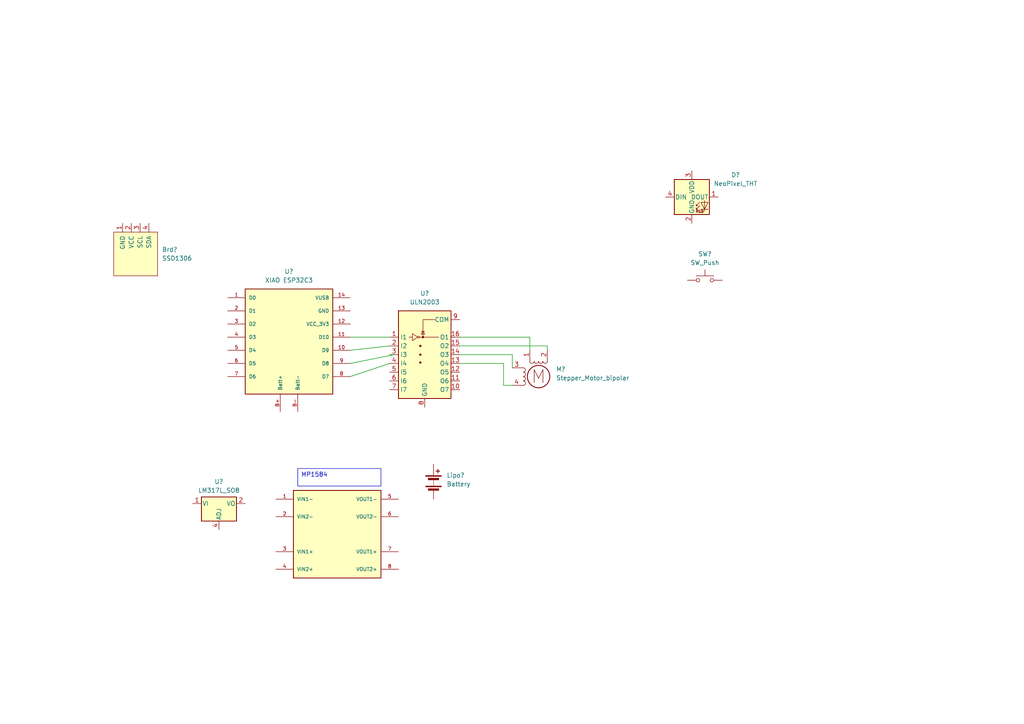
<source format=kicad_sch>
(kicad_sch (version 20250114) (generator "eeschema") (generator_version "9.0")
  (paper "A4")
  (lib_symbols
    (symbol "Device:Battery" (pin_numbers (hide yes)) (pin_names (offset 0) (hide yes))
      (property "Reference" "Lipo" (at 2.54 2.54 0))
      (property "Value" "Battery" (at 2.54 0 0))
      (symbol "Battery_0_1"
        (rectangle (start -2.286 1.778) (end 2.286 1.524) (fill (type outline)))
        (rectangle (start -2.286 -1.27) (end 2.286 -1.524) (fill (type outline)))
        (rectangle (start -1.524 1.016) (end 1.524 0.508) (fill (type outline)))
        (rectangle (start -1.524 -2.032) (end 1.524 -2.54) (fill (type outline)))
        (polyline (pts (xy 0 1.778) (xy 0 2.54)))
        (polyline (pts (xy 0 0) (xy 0 0.254)))
        (polyline (pts (xy 0 -0.508) (xy 0 -0.254)))
        (polyline (pts (xy 0 -1.016) (xy 0 -0.762)))
        (polyline (pts (xy 0.762 3.048) (xy 1.778 3.048)) (stroke (width 0.254)))
        (polyline (pts (xy 1.27 3.556) (xy 1.27 2.54)) (stroke (width 0.254)))
      )
      (symbol "Battery_1_1"
        (pin passive line (at 0 5.08 270) (length 2.54) (name "+") (number "1"))
        (pin passive line (at 0 -5.08 90) (length 2.54) (name "-") (number "2"))
      )
    )
    (symbol "LED:NeoPixel_THT" (pin_names (offset 0.254))
      (property "Reference" "D" (at 5.08 5.715 0))
      (property "Value" "NeoPixel_THT" (at 1.27 -5.715 0))
      (symbol "NeoPixel_THT_0_0"
        (text "RGB" (at 2.286 -4.191 0) (effects (font (size 0.762 0.762))))
      )
      (symbol "NeoPixel_THT_0_1"
        (polyline (pts (xy 1.27 -2.54) (xy 1.778 -2.54)))
        (polyline (pts (xy 1.27 -3.556) (xy 1.778 -3.556)))
        (polyline (pts (xy 2.286 -1.524) (xy 1.27 -2.54) (xy 1.27 -2.032)))
        (polyline (pts (xy 2.286 -2.54) (xy 1.27 -3.556) (xy 1.27 -3.048)))
        (polyline (pts (xy 3.683 -1.016) (xy 3.683 -3.556) (xy 3.683 -4.064)))
        (polyline (pts (xy 4.699 -1.524) (xy 2.667 -1.524) (xy 3.683 -3.556) (xy 4.699 -1.524)))
        (polyline (pts (xy 4.699 -3.556) (xy 2.667 -3.556)))
        (rectangle (start 5.08 5.08) (end -5.08 -5.08) (stroke (width 0.254)) (fill (type background)))
      )
      (symbol "NeoPixel_THT_1_1"
        (pin input line (at -7.62 0 0) (length 2.54) (name "DIN") (number "4"))
        (pin power_in line (at 0 7.62 270) (length 2.54) (name "VDD") (number "3"))
        (pin power_in line (at 0 -7.62 90) (length 2.54) (name "GND") (number "2"))
        (pin output line (at 7.62 0 180) (length 2.54) (name "DOUT") (number "1"))
      )
    )
    (symbol "Motor:Stepper_Motor_bipolar" (pin_names (offset 0) (hide yes))
      (property "Reference" "M" (at 3.81 2.54 0))
      (property "Value" "Stepper_Motor_bipolar" (at 3.81 1.27 0))
      (symbol "Stepper_Motor_bipolar_0_0"
        (polyline (pts (xy -1.27 -1.778) (xy -1.27 2.032) (xy 0 -0.508) (xy 1.27 2.032) (xy 1.27 -1.778)))
      )
      (symbol "Stepper_Motor_bipolar_0_1"
        (polyline (pts (xy -5.08 2.54) (xy -4.445 2.54)))
        (polyline (pts (xy -5.08 -2.54) (xy -4.445 -2.54)))
        (arc (start -4.445 2.54) (mid -3.8127 1.905) (end -4.445 1.27))
        (arc (start -4.445 1.27) (mid -3.8127 0.635) (end -4.445 0))
        (arc (start -4.445 0) (mid -3.8127 -0.635) (end -4.445 -1.27))
        (arc (start -4.445 -1.27) (mid -3.8127 -1.905) (end -4.445 -2.54))
        (polyline (pts (xy -2.54 5.08) (xy -2.54 4.445)))
        (arc (start -1.27 4.445) (mid -1.905 3.8127) (end -2.54 4.445))
        (arc (start 0 4.445) (mid -0.635 3.8127) (end -1.27 4.445))
        (circle (center 0 0) (radius 3.2512) (stroke (width 0.254)))
        (arc (start 1.27 4.445) (mid 0.635 3.8127) (end 0 4.445))
        (arc (start 2.54 4.445) (mid 1.905 3.8127) (end 1.27 4.445))
        (polyline (pts (xy 2.54 5.08) (xy 2.54 4.445)))
      )
      (symbol "Stepper_Motor_bipolar_1_1"
        (pin passive line (at -7.62 2.54 0) (length 2.54) (name "~") (number "3"))
        (pin passive line (at -7.62 -2.54 0) (length 2.54) (name "~") (number "4"))
        (pin passive line (at -2.54 7.62 270) (length 2.54) (name "~") (number "1"))
        (pin passive line (at 2.54 7.62 270) (length 2.54) (name "-") (number "2"))
      )
    )
    (symbol "Regulator_Linear:LM317L_SO8" (pin_names (offset 0.254))
      (property "Reference" "U" (at -3.81 3.175 0))
      (property "Value" "LM317L_SO8" (at 0 3.175 0))
      (symbol "LM317L_SO8_0_1"
        (rectangle (start -5.08 1.905) (end 5.08 -5.08) (stroke (width 0.254)) (fill (type background)))
      )
      (symbol "LM317L_SO8_1_1"
        (pin power_in line (at -7.62 0 0) (length 2.54) (name "VI") (number "1"))
        (pin no_connect line (at -5.08 -2.54 0) (length 2.54) (hide yes) (name "NC") (number "5"))
        (pin input line (at 0 -7.62 90) (length 2.54) (name "ADJ") (number "4"))
        (pin no_connect line (at 5.08 -2.54 180) (length 2.54) (hide yes) (name "NC") (number "8"))
        (pin power_out line (at 7.62 0 180) (length 2.54) (name "VO") (number "2"))
        (pin passive line (at 7.62 0 180) (length 2.54) (hide yes) (name "VO") (number "3"))
        (pin passive line (at 7.62 0 180) (length 2.54) (hide yes) (name "VO") (number "6"))
        (pin passive line (at 7.62 0 180) (length 2.54) (hide yes) (name "VO") (number "7"))
      )
    )
    (symbol "Regulator_Linear:MP1584" (pin_names (offset 1.016))
      (symbol "MP1584_0_0"
        (rectangle (start -15.24 -12.7) (end 10.16 12.7) (stroke (width 0.254)) (fill (type background)))
        (pin bidirectional line (at -20.32 10.16 0) (length 5.08) (name "VIN1-") (number "1"))
        (pin bidirectional line (at -20.32 5.08 0) (length 5.08) (name "VIN2-") (number "2"))
        (pin bidirectional line (at -20.32 -5.08 0) (length 5.08) (name "VIN1+") (number "3"))
        (pin bidirectional line (at -20.32 -10.16 0) (length 5.08) (name "VIN2+") (number "4"))
        (pin bidirectional line (at 15.24 10.16 180) (length 5.08) (name "VOUT1-") (number "5"))
        (pin bidirectional line (at 15.24 5.08 180) (length 5.08) (name "VOUT2-") (number "6"))
        (pin bidirectional line (at 15.24 -5.08 180) (length 5.08) (name "VOUT1+") (number "7"))
        (pin bidirectional line (at 15.24 -10.16 180) (length 5.08) (name "VOUT2+") (number "8"))
      )
    )
    (symbol "SSD1306-128x64_OLED:SSD1306" (pin_names (offset 1.016))
      (property "Reference" "Brd" (at 0 -3.81 0))
      (property "Value" "SSD1306" (at 0 -1.27 0))
      (symbol "SSD1306_0_1"
        (rectangle (start -6.35 6.35) (end 6.35 -6.35) (fill (type background)))
      )
      (symbol "SSD1306_1_1"
        (pin input line (at -3.81 8.89 270) (length 2.54) (name "GND") (number "1"))
        (pin input line (at -1.27 8.89 270) (length 2.54) (name "VCC") (number "2"))
        (pin input line (at 1.27 8.89 270) (length 2.54) (name "SCL") (number "3"))
        (pin input line (at 3.81 8.89 270) (length 2.54) (name "SDA") (number "4"))
      )
    )
    (symbol "Switch:SW_Push" (pin_numbers (hide yes)) (pin_names (offset 1.016) (hide yes))
      (property "Reference" "SW" (at 1.27 2.54 0))
      (property "Value" "SW_Push" (at 0 -1.524 0))
      (symbol "SW_Push_0_1"
        (circle (center -2.032 0) (radius 0.508))
        (polyline (pts (xy 0 1.27) (xy 0 3.048)))
        (circle (center 2.032 0) (radius 0.508))
        (polyline (pts (xy 2.54 1.27) (xy -2.54 1.27)))
        (pin passive line (at -5.08 0 0) (length 2.54) (name "1") (number "1"))
        (pin passive line (at 5.08 0 180) (length 2.54) (name "2") (number "2"))
      )
    )
    (symbol "Transistor_Array:ULN2003"
      (property "Reference" "U" (at 0 15.875 0))
      (property "Value" "ULN2003" (at 0 13.97 0))
      (symbol "ULN2003_0_1"
        (rectangle (start -7.62 -12.7) (end 7.62 12.7) (stroke (width 0.254)) (fill (type background)))
        (polyline (pts (xy -4.572 5.08) (xy -3.556 5.08)))
        (polyline (pts (xy -3.556 6.096) (xy -3.556 4.064) (xy -2.032 5.08) (xy -3.556 6.096)))
        (circle (center -1.778 5.08) (radius 0.254))
        (polyline (pts (xy -1.524 5.08) (xy 4.064 5.08)))
        (circle (center -1.27 2.54) (radius 0.254) (fill (type outline)))
        (circle (center -1.27 0) (radius 0.254) (fill (type outline)))
        (circle (center -1.27 -2.286) (radius 0.254) (fill (type outline)))
        (circle (center -0.508 5.08) (radius 0.254) (fill (type outline)))
        (polyline (pts (xy -0.508 5.08) (xy -0.508 10.16) (xy 2.921 10.16)))
        (polyline (pts (xy 0 6.731) (xy -1.016 6.731)))
        (polyline (pts (xy 0 5.969) (xy -1.016 5.969) (xy -0.508 6.731) (xy 0 5.969)))
      )
      (symbol "ULN2003_1_1"
        (pin input line (at -10.16 5.08 0) (length 2.54) (name "I1") (number "1"))
        (pin input line (at -10.16 2.54 0) (length 2.54) (name "I2") (number "2"))
        (pin input line (at -10.16 0 0) (length 2.54) (name "I3") (number "3"))
        (pin input line (at -10.16 -2.54 0) (length 2.54) (name "I4") (number "4"))
        (pin input line (at -10.16 -5.08 0) (length 2.54) (name "I5") (number "5"))
        (pin input line (at -10.16 -7.62 0) (length 2.54) (name "I6") (number "6"))
        (pin input line (at -10.16 -10.16 0) (length 2.54) (name "I7") (number "7"))
        (pin power_in line (at 0 -15.24 90) (length 2.54) (name "GND") (number "8"))
        (pin passive line (at 10.16 10.16 180) (length 2.54) (name "COM") (number "9"))
        (pin open_collector line (at 10.16 5.08 180) (length 2.54) (name "O1") (number "16"))
        (pin open_collector line (at 10.16 2.54 180) (length 2.54) (name "O2") (number "15"))
        (pin open_collector line (at 10.16 0 180) (length 2.54) (name "O3") (number "14"))
        (pin open_collector line (at 10.16 -2.54 180) (length 2.54) (name "O4") (number "13"))
        (pin open_collector line (at 10.16 -5.08 180) (length 2.54) (name "O5") (number "12"))
        (pin open_collector line (at 10.16 -7.62 180) (length 2.54) (name "O6") (number "11"))
        (pin open_collector line (at 10.16 -10.16 180) (length 2.54) (name "O7") (number "10"))
      )
    )
    (symbol "xiao_esp32c3:XIAO ESP32C3" (pin_names (offset 1.016))
      (property "Reference" "U" (at -12.7 16.002 0))
      (property "Value" "XIAO ESP32C3" (at 7.62 -19.05 0))
      (symbol "XIAO ESP32C3_0_0"
        (rectangle (start -12.7 15.24) (end 12.7 -15.24) (stroke (width 0.254)) (fill (type background)))
        (pin bidirectional line (at -17.78 12.7 0) (length 5.08) (name "D0") (number "1"))
        (pin bidirectional line (at -17.78 8.89 0) (length 5.08) (name "D1") (number "2"))
        (pin bidirectional line (at -17.78 5.08 0) (length 5.08) (name "D2") (number "3"))
        (pin bidirectional line (at -17.78 1.27 0) (length 5.08) (name "D3") (number "4"))
        (pin bidirectional line (at -17.78 -2.54 0) (length 5.08) (name "D4") (number "5"))
        (pin bidirectional line (at -17.78 -6.35 0) (length 5.08) (name "D5") (number "6"))
        (pin power_in line (at 17.78 12.7 180) (length 5.08) (name "VUSB") (number "14"))
        (pin power_in line (at 17.78 8.89 180) (length 5.08) (name "GND") (number "13"))
        (pin power_in line (at 17.78 5.08 180) (length 5.08) (name "VCC_3V3") (number "12"))
        (pin bidirectional line (at 17.78 1.27 180) (length 5.08) (name "D10") (number "11"))
        (pin bidirectional line (at 17.78 -2.54 180) (length 5.08) (name "D9") (number "10"))
        (pin bidirectional line (at 17.78 -6.35 180) (length 5.08) (name "D8") (number "9"))
      )
      (symbol "XIAO ESP32C3_1_0"
        (pin bidirectional line (at -17.78 -10.16 0) (length 5.08) (name "D6") (number "7"))
        (pin power_in line (at -2.54 -20.32 90) (length 5.08) (name "Batt+") (number "B+"))
        (pin power_in line (at 2.54 -20.32 90) (length 5.08) (name "Batt-") (number "B-"))
        (pin bidirectional line (at 17.78 -10.16 180) (length 5.08) (name "D7") (number "8"))
      )
    )
  )
  (text_box "MP1584" (at 86.36 135.89 0) (size 24.13 5.08) (margins 0.9525 0.9525 0.9525 0.9525) (effects (font (size 1.27 1.27)) (justify left top)))
  (wire (pts (xy 101.6 105.41) (xy 114.3 102.87)))
  (wire (pts (xy 148.59 102.87) (xy 148.59 106.68)))
  (wire (pts (xy 133.35 100.33) (xy 158.75 100.33)))
  (wire (pts (xy 146.05 105.41) (xy 146.05 111.76)))
  (wire (pts (xy 133.35 105.41) (xy 146.05 105.41)))
  (wire (pts (xy 101.6 97.79) (xy 113.03 97.79)))
  (wire (pts (xy 114.3 102.87) (xy 113.03 102.87)))
  (wire (pts (xy 153.67 97.79) (xy 153.67 101.6)))
  (wire (pts (xy 158.75 100.33) (xy 158.75 101.6)))
  (wire (pts (xy 133.35 102.87) (xy 148.59 102.87)))
  (wire (pts (xy 133.35 97.79) (xy 153.67 97.79)))
  (wire (pts (xy 101.6 101.6) (xy 113.03 100.33)))
  (wire (pts (xy 146.05 111.76) (xy 148.59 111.76)))
  (wire (pts (xy 101.6 109.22) (xy 113.03 105.41)))
  (symbol (lib_id "Device:Battery") (at 125.73 139.7 0) (unit 1)
    (property "Reference" "Lipo?" (at 129.54 137.8584 0) (effects (justify left)))
    (property "Value" "Battery" (at 129.54 140.3984 0) (effects (justify left)))
    (property "Description" "Multiple-cell battery" (effects (hide yes)))
  )
  (symbol (lib_id "Regulator_Linear:LM317L_SO8") (at 63.5 146.05 0) (unit 1)
    (property "Reference" "U?" (at 63.5 139.7 0))
    (property "Value" "LM317L_SO8" (at 63.5 142.24 0))
    (property "Footprint" "Package_SO:SOIC-8_3.9x4.9mm_P1.27mm" (effects (hide yes)))
    (property "Datasheet" "http://www.ti.com/lit/ds/snvs775k/snvs775k.pdf" (effects (hide yes)))
    (property "Description" "100mA 35V Adjustable Linear Regulator, SO-8" (effects (hide yes)))
  )
  (symbol (lib_id "Motor:Stepper_Motor_bipolar") (at 156.21 109.22 0) (unit 1)
    (property "Reference" "M?" (at 161.29 107.099 0) (effects (justify left)))
    (property "Value" "Stepper_Motor_bipolar" (at 161.29 109.639 0) (effects (justify left)))
    (property "Datasheet" "http://www.infineon.com/dgdl/Application-Note-TLE8110EE_driving_UniPolarStepperMotor_V1.1.pdf?fileId=db3a30431be39b97011be5d0aa0a00b0" (effects (hide yes)))
    (property "Description" "4-wire bipolar stepper motor" (effects (hide yes)))
  )
  (symbol (lib_id "LED:NeoPixel_THT") (at 200.66 57.15 0) (unit 1)
    (property "Reference" "D?" (at 213.36 50.7298 0))
    (property "Value" "NeoPixel_THT" (at 213.36 53.2698 0))
    (property "Datasheet" "https://www.adafruit.com/product/1938" (effects (hide yes)))
    (property "Description" "RGB LED with integrated controller, 5mm/8mm LED package" (effects (hide yes)))
  )
  (symbol (lib_id "Switch:SW_Push") (at 204.47 81.28 0) (unit 1)
    (property "Reference" "SW?" (at 204.47 73.66 0))
    (property "Value" "SW_Push" (at 204.47 76.2 0))
    (property "Description" "Push button switch, generic, two pins" (effects (hide yes)))
  )
  (symbol (lib_id "Regulator_Linear:MP1584") (at 100.33 154.94 0) (unit 1)
    (property "Reference" "U?" (effects (hide yes)))
    (property "Value" "MP1584" (effects (hide yes)))
    (property "Footprint" "MP1584_AMAZON" (effects (hide yes)))
  )
  (symbol (lib_id "xiao_esp32c3:XIAO ESP32C3") (at 83.82 99.06 0) (unit 1)
    (property "Reference" "U?" (at 83.82 78.74 0))
    (property "Value" "XIAO ESP32C3" (at 83.82 81.28 0))
    (property "Footprint" "XIAO_ESP32C3:xiao_esp32c3" (effects (hide yes)))
    (property "Datasheet" "https://files.seeedstudio.com/wiki/Seeed-Studio-XIAO-ESP32/esp32-c3_datasheet.pdf" (effects (hide yes)))
    (property "Description" "ESP32C3 Transceiver Evaluation Board" (effects (hide yes)))
    (property "MANUFACTURER" "Seeed Technology" (effects (hide yes)))
  )
  (symbol (lib_id "Transistor_Array:ULN2003") (at 123.19 102.87 0) (unit 1)
    (property "Reference" "U?" (at 123.19 85.09 0))
    (property "Value" "ULN2003" (at 123.19 87.63 0))
    (property "Datasheet" "http://www.ti.com/lit/ds/symlink/uln2003a.pdf" (effects (hide yes)))
    (property "Description" "High Voltage, High Current Darlington Transistor Arrays, SOIC16/SOIC16W/DIP16/TSSOP16" (effects (hide yes)))
  )
  (symbol (lib_id "SSD1306-128x64_OLED:SSD1306") (at 39.37 73.66 0) (unit 1)
    (property "Reference" "Brd?" (at 46.99 72.3899 0) (effects (justify left)))
    (property "Value" "SSD1306" (at 46.99 74.9299 0) (effects (justify left)))
  )
)
</source>
